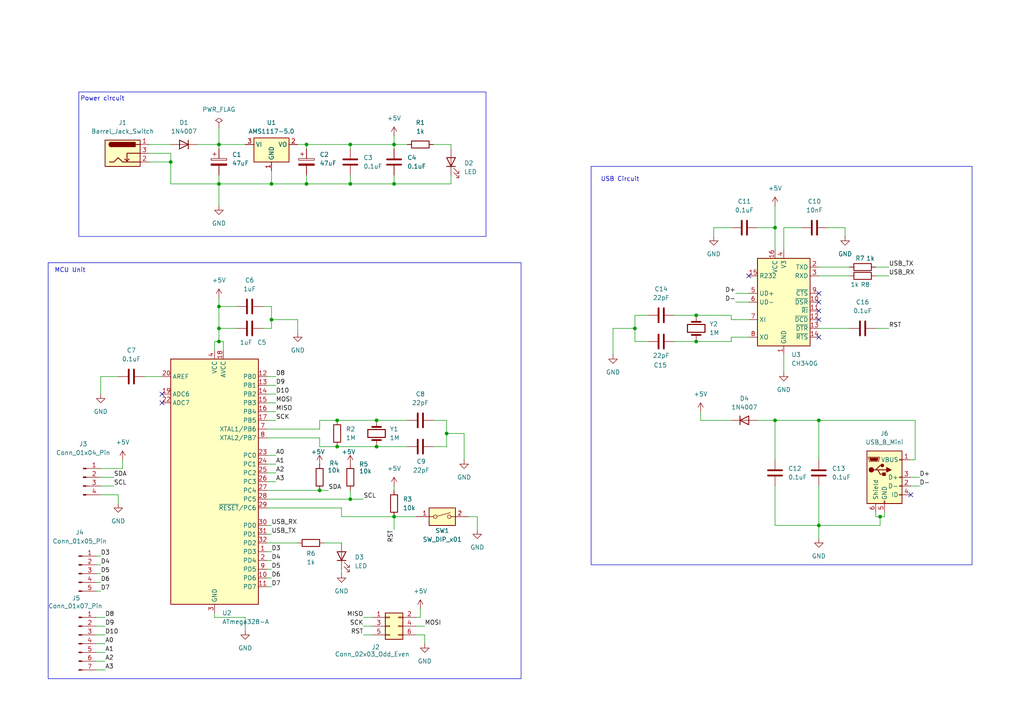
<source format=kicad_sch>
(kicad_sch (version 20231120) (generator "eeschema") (generator_version "8.0")
  (paper "A4")
  (title_block (title "Custom Arduino Board") (date "2024-08-07") (rev "1.0"))
  (lib_symbols
    (symbol "Connector:Barrel_Jack_Switch" (pin_names hide)
      (property "Reference" "J" (at 0 5.334 0))
      (property "Value" "Barrel_Jack_Switch" (at 0 -5.08 0))
      (symbol "Barrel_Jack_Switch_0_1"
        (rectangle (start -5.08 3.81) (end 5.08 -3.81) (stroke (width 0.254)) (fill (type background)))
        (arc (start -3.302 3.175) (mid -3.9343 2.54) (end -3.302 1.905) (stroke (width 0.254)))
        (arc (start -3.302 3.175) (mid -3.9343 2.54) (end -3.302 1.905) (stroke (width 0.254)) (fill (type outline)))
        (polyline (pts (xy 1.27 -2.286) (xy 1.905 -1.651)) (stroke (width 0.254)))
        (polyline (pts (xy 5.08 2.54) (xy 3.81 2.54)) (stroke (width 0.254)))
        (polyline (pts (xy 5.08 0) (xy 1.27 0) (xy 1.27 -2.286) (xy 0.635 -1.651)) (stroke (width 0.254)))
        (polyline (pts (xy -3.81 -2.54) (xy -2.54 -2.54) (xy -1.27 -1.27) (xy 0 -2.54) (xy 2.54 -2.54) (xy 5.08 -2.54)) (stroke (width 0.254)))
        (rectangle (start 3.683 3.175) (end -3.302 1.905) (stroke (width 0.254)) (fill (type outline)))
      )
      (symbol "Barrel_Jack_Switch_1_1"
        (pin passive line (at 7.62 2.54 180) (length 2.54) (name "~") (number "1"))
        (pin passive line (at 7.62 -2.54 180) (length 2.54) (name "~") (number "2"))
        (pin passive line (at 7.62 0 180) (length 2.54) (name "~") (number "3"))
      )
    )
    (symbol "Connector:Conn_01x04_Pin" (pin_names (offset 1.016) hide)
      (property "Reference" "J" (at 0 5.08 0))
      (property "Value" "Conn_01x04_Pin" (at 0 -7.62 0))
      (symbol "Conn_01x04_Pin_1_1"
        (polyline (pts (xy 1.27 -5.08) (xy 0.8636 -5.08)) (stroke (width 0.1524)))
        (polyline (pts (xy 1.27 -2.54) (xy 0.8636 -2.54)) (stroke (width 0.1524)))
        (polyline (pts (xy 1.27 0) (xy 0.8636 0)) (stroke (width 0.1524)))
        (polyline (pts (xy 1.27 2.54) (xy 0.8636 2.54)) (stroke (width 0.1524)))
        (rectangle (start 0.8636 -4.953) (end 0 -5.207) (stroke (width 0.1524)) (fill (type outline)))
        (rectangle (start 0.8636 -2.413) (end 0 -2.667) (stroke (width 0.1524)) (fill (type outline)))
        (rectangle (start 0.8636 0.127) (end 0 -0.127) (stroke (width 0.1524)) (fill (type outline)))
        (rectangle (start 0.8636 2.667) (end 0 2.413) (stroke (width 0.1524)) (fill (type outline)))
        (pin passive line (at 5.08 2.54 180) (length 3.81) (name "Pin_1") (number "1"))
        (pin passive line (at 5.08 0 180) (length 3.81) (name "Pin_2") (number "2"))
        (pin passive line (at 5.08 -2.54 180) (length 3.81) (name "Pin_3") (number "3"))
        (pin passive line (at 5.08 -5.08 180) (length 3.81) (name "Pin_4") (number "4"))
      )
    )
    (symbol "Connector:Conn_01x05_Pin" (pin_names (offset 1.016) hide)
      (property "Reference" "J" (at 0 7.62 0))
      (property "Value" "Conn_01x05_Pin" (at 0 -7.62 0))
      (symbol "Conn_01x05_Pin_1_1"
        (polyline (pts (xy 1.27 -5.08) (xy 0.8636 -5.08)) (stroke (width 0.1524)))
        (polyline (pts (xy 1.27 -2.54) (xy 0.8636 -2.54)) (stroke (width 0.1524)))
        (polyline (pts (xy 1.27 0) (xy 0.8636 0)) (stroke (width 0.1524)))
        (polyline (pts (xy 1.27 2.54) (xy 0.8636 2.54)) (stroke (width 0.1524)))
        (polyline (pts (xy 1.27 5.08) (xy 0.8636 5.08)) (stroke (width 0.1524)))
        (rectangle (start 0.8636 -4.953) (end 0 -5.207) (stroke (width 0.1524)) (fill (type outline)))
        (rectangle (start 0.8636 -2.413) (end 0 -2.667) (stroke (width 0.1524)) (fill (type outline)))
        (rectangle (start 0.8636 0.127) (end 0 -0.127) (stroke (width 0.1524)) (fill (type outline)))
        (rectangle (start 0.8636 2.667) (end 0 2.413) (stroke (width 0.1524)) (fill (type outline)))
        (rectangle (start 0.8636 5.207) (end 0 4.953) (stroke (width 0.1524)) (fill (type outline)))
        (pin passive line (at 5.08 5.08 180) (length 3.81) (name "Pin_1") (number "1"))
        (pin passive line (at 5.08 2.54 180) (length 3.81) (name "Pin_2") (number "2"))
        (pin passive line (at 5.08 0 180) (length 3.81) (name "Pin_3") (number "3"))
        (pin passive line (at 5.08 -2.54 180) (length 3.81) (name "Pin_4") (number "4"))
        (pin passive line (at 5.08 -5.08 180) (length 3.81) (name "Pin_5") (number "5"))
      )
    )
    (symbol "Connector:Conn_01x07_Pin" (pin_names (offset 1.016) hide)
      (property "Reference" "J" (at 0 10.16 0))
      (property "Value" "Conn_01x07_Pin" (at 0 -10.16 0))
      (symbol "Conn_01x07_Pin_1_1"
        (polyline (pts (xy 1.27 -7.62) (xy 0.8636 -7.62)) (stroke (width 0.1524)))
        (polyline (pts (xy 1.27 -5.08) (xy 0.8636 -5.08)) (stroke (width 0.1524)))
        (polyline (pts (xy 1.27 -2.54) (xy 0.8636 -2.54)) (stroke (width 0.1524)))
        (polyline (pts (xy 1.27 0) (xy 0.8636 0)) (stroke (width 0.1524)))
        (polyline (pts (xy 1.27 2.54) (xy 0.8636 2.54)) (stroke (width 0.1524)))
        (polyline (pts (xy 1.27 5.08) (xy 0.8636 5.08)) (stroke (width 0.1524)))
        (polyline (pts (xy 1.27 7.62) (xy 0.8636 7.62)) (stroke (width 0.1524)))
        (rectangle (start 0.8636 -7.493) (end 0 -7.747) (stroke (width 0.1524)) (fill (type outline)))
        (rectangle (start 0.8636 -4.953) (end 0 -5.207) (stroke (width 0.1524)) (fill (type outline)))
        (rectangle (start 0.8636 -2.413) (end 0 -2.667) (stroke (width 0.1524)) (fill (type outline)))
        (rectangle (start 0.8636 0.127) (end 0 -0.127) (stroke (width 0.1524)) (fill (type outline)))
        (rectangle (start 0.8636 2.667) (end 0 2.413) (stroke (width 0.1524)) (fill (type outline)))
        (rectangle (start 0.8636 5.207) (end 0 4.953) (stroke (width 0.1524)) (fill (type outline)))
        (rectangle (start 0.8636 7.747) (end 0 7.493) (stroke (width 0.1524)) (fill (type outline)))
        (pin passive line (at 5.08 7.62 180) (length 3.81) (name "Pin_1") (number "1"))
        (pin passive line (at 5.08 5.08 180) (length 3.81) (name "Pin_2") (number "2"))
        (pin passive line (at 5.08 2.54 180) (length 3.81) (name "Pin_3") (number "3"))
        (pin passive line (at 5.08 0 180) (length 3.81) (name "Pin_4") (number "4"))
        (pin passive line (at 5.08 -2.54 180) (length 3.81) (name "Pin_5") (number "5"))
        (pin passive line (at 5.08 -5.08 180) (length 3.81) (name "Pin_6") (number "6"))
        (pin passive line (at 5.08 -7.62 180) (length 3.81) (name "Pin_7") (number "7"))
      )
    )
    (symbol "Connector:USB_B_Mini" (pin_names (offset 1.016))
      (property "Reference" "J" (at -5.08 11.43 0))
      (property "Value" "USB_B_Mini" (at -5.08 8.89 0))
      (symbol "USB_B_Mini_0_1"
        (rectangle (start -5.08 -7.62) (end 5.08 7.62) (stroke (width 0.254)) (fill (type background)))
        (circle (center -3.81 2.159) (radius 0.635) (stroke (width 0.254)) (fill (type outline)))
        (circle (center -0.635 3.429) (radius 0.381) (stroke (width 0.254)) (fill (type outline)))
        (rectangle (start -0.127 -7.62) (end 0.127 -6.858))
        (polyline (pts (xy -1.905 2.159) (xy 0.635 2.159)) (stroke (width 0.254)))
        (polyline (pts (xy -3.175 2.159) (xy -2.54 2.159) (xy -1.27 3.429) (xy -0.635 3.429)) (stroke (width 0.254)))
        (polyline (pts (xy -2.54 2.159) (xy -1.905 2.159) (xy -1.27 0.889) (xy 0 0.889)) (stroke (width 0.254)))
        (polyline (pts (xy 0.635 2.794) (xy 0.635 1.524) (xy 1.905 2.159) (xy 0.635 2.794)) (stroke (width 0.254)) (fill (type outline)))
        (polyline (pts (xy -4.318 5.588) (xy -1.778 5.588) (xy -2.032 4.826) (xy -4.064 4.826) (xy -4.318 5.588)) (fill (type outline)))
        (polyline (pts (xy -4.699 5.842) (xy -4.699 5.588) (xy -4.445 4.826) (xy -4.445 4.572) (xy -1.651 4.572) (xy -1.651 4.826) (xy -1.397 5.588) (xy -1.397 5.842) (xy -4.699 5.842)))
        (rectangle (start 0.254 1.27) (end -0.508 0.508) (stroke (width 0.254)) (fill (type outline)))
        (rectangle (start 5.08 -5.207) (end 4.318 -4.953))
        (rectangle (start 5.08 -2.667) (end 4.318 -2.413))
        (rectangle (start 5.08 -0.127) (end 4.318 0.127))
        (rectangle (start 5.08 4.953) (end 4.318 5.207))
      )
      (symbol "USB_B_Mini_1_1"
        (pin power_out line (at 7.62 5.08 180) (length 2.54) (name "VBUS") (number "1"))
        (pin bidirectional line (at 7.62 -2.54 180) (length 2.54) (name "D-") (number "2"))
        (pin bidirectional line (at 7.62 0 180) (length 2.54) (name "D+") (number "3"))
        (pin passive line (at 7.62 -5.08 180) (length 2.54) (name "ID") (number "4"))
        (pin power_out line (at 0 -10.16 90) (length 2.54) (name "GND") (number "5"))
        (pin passive line (at -2.54 -10.16 90) (length 2.54) (name "Shield") (number "6"))
      )
    )
    (symbol "Connector_Generic:Conn_02x03_Odd_Even" (pin_names (offset 1.016) hide)
      (property "Reference" "J" (at 1.27 5.08 0))
      (property "Value" "Conn_02x03_Odd_Even" (at 1.27 -5.08 0))
      (symbol "Conn_02x03_Odd_Even_1_1"
        (rectangle (start -1.27 -2.413) (end 0 -2.667) (stroke (width 0.1524)))
        (rectangle (start -1.27 0.127) (end 0 -0.127) (stroke (width 0.1524)))
        (rectangle (start -1.27 2.667) (end 0 2.413) (stroke (width 0.1524)))
        (rectangle (start -1.27 3.81) (end 3.81 -3.81) (stroke (width 0.254)) (fill (type background)))
        (rectangle (start 3.81 -2.413) (end 2.54 -2.667) (stroke (width 0.1524)))
        (rectangle (start 3.81 0.127) (end 2.54 -0.127) (stroke (width 0.1524)))
        (rectangle (start 3.81 2.667) (end 2.54 2.413) (stroke (width 0.1524)))
        (pin passive line (at -5.08 2.54 0) (length 3.81) (name "Pin_1") (number "1"))
        (pin passive line (at 7.62 2.54 180) (length 3.81) (name "Pin_2") (number "2"))
        (pin passive line (at -5.08 0 0) (length 3.81) (name "Pin_3") (number "3"))
        (pin passive line (at 7.62 0 180) (length 3.81) (name "Pin_4") (number "4"))
        (pin passive line (at -5.08 -2.54 0) (length 3.81) (name "Pin_5") (number "5"))
        (pin passive line (at 7.62 -2.54 180) (length 3.81) (name "Pin_6") (number "6"))
      )
    )
    (symbol "Device:C" (pin_numbers hide) (pin_names (offset 0.254))
      (property "Reference" "C" (at 0.635 2.54 0))
      (property "Value" "C" (at 0.635 -2.54 0))
      (symbol "C_0_1"
        (polyline (pts (xy -2.032 -0.762) (xy 2.032 -0.762)) (stroke (width 0.508)))
        (polyline (pts (xy -2.032 0.762) (xy 2.032 0.762)) (stroke (width 0.508)))
      )
      (symbol "C_1_1"
        (pin passive line (at 0 3.81 270) (length 2.794) (name "~") (number "1"))
        (pin passive line (at 0 -3.81 90) (length 2.794) (name "~") (number "2"))
      )
    )
    (symbol "Device:C_Polarized" (pin_numbers hide) (pin_names (offset 0.254))
      (property "Reference" "C" (at 0.635 2.54 0))
      (property "Value" "C_Polarized" (at 0.635 -2.54 0))
      (symbol "C_Polarized_0_1"
        (rectangle (start -2.286 0.508) (end 2.286 1.016))
        (polyline (pts (xy -1.778 2.286) (xy -0.762 2.286)))
        (polyline (pts (xy -1.27 2.794) (xy -1.27 1.778)))
        (rectangle (start 2.286 -0.508) (end -2.286 -1.016) (fill (type outline)))
      )
      (symbol "C_Polarized_1_1"
        (pin passive line (at 0 3.81 270) (length 2.794) (name "~") (number "1"))
        (pin passive line (at 0 -3.81 90) (length 2.794) (name "~") (number "2"))
      )
    )
    (symbol "Device:Crystal" (pin_numbers hide) (pin_names (offset 1.016) hide)
      (property "Reference" "Y" (at 0 3.81 0))
      (property "Value" "Crystal" (at 0 -3.81 0))
      (symbol "Crystal_0_1"
        (rectangle (start -1.143 2.54) (end 1.143 -2.54) (stroke (width 0.3048)))
        (polyline (pts (xy -2.54 0) (xy -1.905 0)))
        (polyline (pts (xy -1.905 -1.27) (xy -1.905 1.27)) (stroke (width 0.508)))
        (polyline (pts (xy 1.905 -1.27) (xy 1.905 1.27)) (stroke (width 0.508)))
        (polyline (pts (xy 2.54 0) (xy 1.905 0)))
      )
      (symbol "Crystal_1_1"
        (pin passive line (at -3.81 0 0) (length 1.27) (name "1") (number "1"))
        (pin passive line (at 3.81 0 180) (length 1.27) (name "2") (number "2"))
      )
    )
    (symbol "Device:LED" (pin_numbers hide) (pin_names (offset 1.016) hide)
      (property "Reference" "D" (at 0 2.54 0))
      (property "Value" "LED" (at 0 -2.54 0))
      (symbol "LED_0_1"
        (polyline (pts (xy -1.27 -1.27) (xy -1.27 1.27)) (stroke (width 0.254)))
        (polyline (pts (xy -1.27 0) (xy 1.27 0)))
        (polyline (pts (xy 1.27 -1.27) (xy 1.27 1.27) (xy -1.27 0) (xy 1.27 -1.27)) (stroke (width 0.254)))
        (polyline (pts (xy -3.048 -0.762) (xy -4.572 -2.286) (xy -3.81 -2.286) (xy -4.572 -2.286) (xy -4.572 -1.524)))
        (polyline (pts (xy -1.778 -0.762) (xy -3.302 -2.286) (xy -2.54 -2.286) (xy -3.302 -2.286) (xy -3.302 -1.524)))
      )
      (symbol "LED_1_1"
        (pin passive line (at -3.81 0 0) (length 2.54) (name "K") (number "1"))
        (pin passive line (at 3.81 0 180) (length 2.54) (name "A") (number "2"))
      )
    )
    (symbol "Device:R" (pin_numbers hide) (pin_names (offset 0))
      (property "Reference" "R" (at 2.032 0 90))
      (property "Value" "R" (at 0 0 90))
      (symbol "R_0_1"
        (rectangle (start -1.016 -2.54) (end 1.016 2.54) (stroke (width 0.254)))
      )
      (symbol "R_1_1"
        (pin passive line (at 0 3.81 270) (length 1.27) (name "~") (number "1"))
        (pin passive line (at 0 -3.81 90) (length 1.27) (name "~") (number "2"))
      )
    )
    (symbol "Diode:1N4007" (pin_numbers hide) (pin_names hide)
      (property "Reference" "D" (at 0 2.54 0))
      (property "Value" "1N4007" (at 0 -2.54 0))
      (symbol "1N4007_0_1"
        (polyline (pts (xy -1.27 1.27) (xy -1.27 -1.27)) (stroke (width 0.254)))
        (polyline (pts (xy 1.27 0) (xy -1.27 0)))
        (polyline (pts (xy 1.27 1.27) (xy 1.27 -1.27) (xy -1.27 0) (xy 1.27 1.27)) (stroke (width 0.254)))
      )
      (symbol "1N4007_1_1"
        (pin passive line (at -3.81 0 0) (length 2.54) (name "K") (number "1"))
        (pin passive line (at 3.81 0 180) (length 2.54) (name "A") (number "2"))
      )
    )
    (symbol "Interface_USB:CH340G"
      (property "Reference" "U" (at -5.08 13.97 0))
      (property "Value" "CH340G" (at 1.27 13.97 0))
      (symbol "CH340G_0_1"
        (rectangle (start -7.62 12.7) (end 7.62 -12.7) (stroke (width 0.254)) (fill (type background)))
      )
      (symbol "CH340G_1_1"
        (pin power_in line (at 0 -15.24 90) (length 2.54) (name "GND") (number "1"))
        (pin input line (at 10.16 0 180) (length 2.54) (name "~{DSR}") (number "10"))
        (pin input line (at 10.16 -2.54 180) (length 2.54) (name "~{RI}") (number "11"))
        (pin input line (at 10.16 -5.08 180) (length 2.54) (name "~{DCD}") (number "12"))
        (pin output line (at 10.16 -7.62 180) (length 2.54) (name "~{DTR}") (number "13"))
        (pin output line (at 10.16 -10.16 180) (length 2.54) (name "~{RTS}") (number "14"))
        (pin input line (at -10.16 7.62 0) (length 2.54) (name "R232") (number "15"))
        (pin power_in line (at -2.54 15.24 270) (length 2.54) (name "VCC") (number "16"))
        (pin output line (at 10.16 10.16 180) (length 2.54) (name "TXD") (number "2"))
        (pin input line (at 10.16 7.62 180) (length 2.54) (name "RXD") (number "3"))
        (pin power_out line (at 0 15.24 270) (length 2.54) (name "V3") (number "4"))
        (pin bidirectional line (at -10.16 2.54 0) (length 2.54) (name "UD+") (number "5"))
        (pin bidirectional line (at -10.16 0 0) (length 2.54) (name "UD-") (number "6"))
        (pin input line (at -10.16 -5.08 0) (length 2.54) (name "XI") (number "7"))
        (pin output line (at -10.16 -10.16 0) (length 2.54) (name "XO") (number "8"))
        (pin input line (at 10.16 2.54 180) (length 2.54) (name "~{CTS}") (number "9"))
      )
    )
    (symbol "MCU_Microchip_ATmega:ATmega328-A"
      (property "Reference" "U" (at -12.7 36.83 0))
      (property "Value" "ATmega328-A" (at 2.54 -36.83 0))
      (symbol "ATmega328-A_0_1"
        (rectangle (start -12.7 -35.56) (end 12.7 35.56) (stroke (width 0.254)) (fill (type background)))
      )
      (symbol "ATmega328-A_1_1"
        (pin bidirectional line (at 15.24 -20.32 180) (length 2.54) (name "PD3") (number "1"))
        (pin bidirectional line (at 15.24 -27.94 180) (length 2.54) (name "PD6") (number "10"))
        (pin bidirectional line (at 15.24 -30.48 180) (length 2.54) (name "PD7") (number "11"))
        (pin bidirectional line (at 15.24 30.48 180) (length 2.54) (name "PB0") (number "12"))
        (pin bidirectional line (at 15.24 27.94 180) (length 2.54) (name "PB1") (number "13"))
        (pin bidirectional line (at 15.24 25.4 180) (length 2.54) (name "PB2") (number "14"))
        (pin bidirectional line (at 15.24 22.86 180) (length 2.54) (name "PB3") (number "15"))
        (pin bidirectional line (at 15.24 20.32 180) (length 2.54) (name "PB4") (number "16"))
        (pin bidirectional line (at 15.24 17.78 180) (length 2.54) (name "PB5") (number "17"))
        (pin power_in line (at 2.54 38.1 270) (length 2.54) (name "AVCC") (number "18"))
        (pin input line (at -15.24 25.4 0) (length 2.54) (name "ADC6") (number "19"))
        (pin bidirectional line (at 15.24 -22.86 180) (length 2.54) (name "PD4") (number "2"))
        (pin passive line (at -15.24 30.48 0) (length 2.54) (name "AREF") (number "20"))
        (pin passive line (at 0 -38.1 90) (length 2.54) hide (name "GND") (number "21"))
        (pin input line (at -15.24 22.86 0) (length 2.54) (name "ADC7") (number "22"))
        (pin bidirectional line (at 15.24 7.62 180) (length 2.54) (name "PC0") (number "23"))
        (pin bidirectional line (at 15.24 5.08 180) (length 2.54) (name "PC1") (number "24"))
        (pin bidirectional line (at 15.24 2.54 180) (length 2.54) (name "PC2") (number "25"))
        (pin bidirectional line (at 15.24 0 180) (length 2.54) (name "PC3") (number "26"))
        (pin bidirectional line (at 15.24 -2.54 180) (length 2.54) (name "PC4") (number "27"))
        (pin bidirectional line (at 15.24 -5.08 180) (length 2.54) (name "PC5") (number "28"))
        (pin bidirectional line (at 15.24 -7.62 180) (length 2.54) (name "~{RESET}/PC6") (number "29"))
        (pin power_in line (at 0 -38.1 90) (length 2.54) (name "GND") (number "3"))
        (pin bidirectional line (at 15.24 -12.7 180) (length 2.54) (name "PD0") (number "30"))
        (pin bidirectional line (at 15.24 -15.24 180) (length 2.54) (name "PD1") (number "31"))
        (pin bidirectional line (at 15.24 -17.78 180) (length 2.54) (name "PD2") (number "32"))
        (pin power_in line (at 0 38.1 270) (length 2.54) (name "VCC") (number "4"))
        (pin passive line (at 0 -38.1 90) (length 2.54) hide (name "GND") (number "5"))
        (pin passive line (at 0 38.1 270) (length 2.54) hide (name "VCC") (number "6"))
        (pin bidirectional line (at 15.24 15.24 180) (length 2.54) (name "XTAL1/PB6") (number "7"))
        (pin bidirectional line (at 15.24 12.7 180) (length 2.54) (name "XTAL2/PB7") (number "8"))
        (pin bidirectional line (at 15.24 -25.4 180) (length 2.54) (name "PD5") (number "9"))
      )
    )
    (symbol "Regulator_Linear:AMS1117-5.0"
      (property "Reference" "U" (at -3.81 3.175 0))
      (property "Value" "AMS1117-5.0" (at 0 3.175 0))
      (symbol "AMS1117-5.0_0_1"
        (rectangle (start -5.08 -5.08) (end 5.08 1.905) (stroke (width 0.254)) (fill (type background)))
      )
      (symbol "AMS1117-5.0_1_1"
        (pin power_in line (at 0 -7.62 90) (length 2.54) (name "GND") (number "1"))
        (pin power_out line (at 7.62 0 180) (length 2.54) (name "VO") (number "2"))
        (pin power_in line (at -7.62 0 0) (length 2.54) (name "VI") (number "3"))
      )
    )
    (symbol "Switch:SW_DIP_x01" (pin_names (offset 0) hide)
      (property "Reference" "SW" (at 0 3.81 0))
      (property "Value" "SW_DIP_x01" (at 0 -3.81 0))
      (symbol "SW_DIP_x01_0_0"
        (circle (center -2.032 0) (radius 0.508))
        (polyline (pts (xy -1.524 0.127) (xy 2.3622 1.1684)))
        (circle (center 2.032 0) (radius 0.508))
      )
      (symbol "SW_DIP_x01_0_1"
        (rectangle (start -3.81 2.54) (end 3.81 -2.54) (stroke (width 0.254)) (fill (type background)))
      )
      (symbol "SW_DIP_x01_1_1"
        (pin passive line (at -7.62 0 0) (length 5.08) (name "~") (number "1"))
        (pin passive line (at 7.62 0 180) (length 5.08) (name "~") (number "2"))
      )
    )
    (symbol "power:+5V" (power) (pin_numbers hide) (pin_names (offset 0) hide)
      (property "Value" "+5V" (at 0 3.556 0))
      (symbol "+5V_0_1"
        (polyline (pts (xy -0.762 1.27) (xy 0 2.54)))
        (polyline (pts (xy 0 0) (xy 0 2.54)))
        (polyline (pts (xy 0 2.54) (xy 0.762 1.27)))
      )
      (symbol "+5V_1_1"
        (pin power_in line (at 0 0 90) (length 0) (name "~") (number "1"))
      )
    )
    (symbol "power:GND" (power) (pin_numbers hide) (pin_names (offset 0) hide)
      (property "Value" "GND" (at 0 -3.81 0))
      (symbol "GND_0_1"
        (polyline (pts (xy 0 0) (xy 0 -1.27) (xy 1.27 -1.27) (xy 0 -2.54) (xy -1.27 -1.27) (xy 0 -1.27)))
      )
      (symbol "GND_1_1"
        (pin power_in line (at 0 0 270) (length 0) (name "~") (number "1"))
      )
    )
    (symbol "power:PWR_FLAG" (power) (pin_numbers hide) (pin_names (offset 0) hide)
      (property "Value" "PWR_FLAG" (at 0 3.81 0))
      (symbol "PWR_FLAG_0_0"
        (pin power_out line (at 0 0 90) (length 0) (name "~") (number "1"))
      )
      (symbol "PWR_FLAG_0_1"
        (polyline (pts (xy 0 0) (xy 0 1.27) (xy -1.016 1.905) (xy 0 2.54) (xy 1.016 1.905) (xy 0 1.27)))
      )
    )
  )
  (junction (at 63.5 53.34))
  (junction (at 109.22 121.92))
  (junction (at 237.49 152.4))
  (junction (at 78.74 53.34))
  (junction (at 201.93 99.06))
  (junction (at 88.9 41.91))
  (junction (at 101.6 53.34))
  (junction (at 255.27 149.86))
  (junction (at 101.6 144.78))
  (junction (at 63.5 88.9))
  (junction (at 201.93 91.44))
  (junction (at 63.5 99.06))
  (junction (at 92.71 142.24))
  (junction (at 224.79 66.04))
  (junction (at 109.22 129.54))
  (junction (at 237.49 121.92))
  (junction (at 97.79 121.92))
  (junction (at 63.5 95.25))
  (junction (at 129.54 125.73))
  (junction (at 88.9 53.34))
  (junction (at 224.79 121.92))
  (junction (at 101.6 41.91))
  (junction (at 49.53 46.99))
  (junction (at 114.3 53.34))
  (junction (at 114.3 149.86))
  (junction (at 78.74 92.71))
  (junction (at 114.3 41.91))
  (junction (at 97.79 129.54))
  (junction (at 184.15 95.25))
  (junction (at 63.5 41.91))
  (no_connect (at 237.49 97.79))
  (no_connect (at 46.99 114.3))
  (no_connect (at 46.99 116.84))
  (no_connect (at 264.16 143.51))
  (no_connect (at 217.17 80.01))
  (no_connect (at 237.49 92.71))
  (no_connect (at 237.49 90.17))
  (no_connect (at 237.49 87.63))
  (no_connect (at 237.49 85.09))
  (wire (pts (xy 187.96 91.44) (xy 184.15 91.44)))
  (wire (pts (xy 77.47 147.32) (xy 99.06 147.32)))
  (wire (pts (xy 255.27 152.4) (xy 255.27 149.86)))
  (wire (pts (xy 101.6 41.91) (xy 101.6 43.18)))
  (wire (pts (xy 29.21 138.43) (xy 33.02 138.43)))
  (wire (pts (xy 86.36 96.52) (xy 86.36 92.71)))
  (wire (pts (xy 114.3 43.18) (xy 114.3 41.91)))
  (wire (pts (xy 114.3 50.8) (xy 114.3 53.34)))
  (wire (pts (xy 237.49 121.92) (xy 224.79 121.92)))
  (wire (pts (xy 29.21 114.3) (xy 29.21 109.22)))
  (wire (pts (xy 62.23 177.8) (xy 62.23 179.07)))
  (wire (pts (xy 63.5 41.91) (xy 71.12 41.91)))
  (wire (pts (xy 35.56 135.89) (xy 29.21 135.89)))
  (wire (pts (xy 129.54 129.54) (xy 125.73 129.54)))
  (wire (pts (xy 101.6 53.34) (xy 114.3 53.34)))
  (wire (pts (xy 123.19 184.15) (xy 120.65 184.15)))
  (wire (pts (xy 105.41 181.61) (xy 107.95 181.61)))
  (wire (pts (xy 27.94 166.37) (xy 29.21 166.37)))
  (wire (pts (xy 138.43 153.67) (xy 138.43 149.86)))
  (wire (pts (xy 63.5 50.8) (xy 63.5 53.34)))
  (wire (pts (xy 212.09 91.44) (xy 201.93 91.44)))
  (wire (pts (xy 43.18 46.99) (xy 49.53 46.99)))
  (wire (pts (xy 62.23 179.07) (xy 71.12 179.07)))
  (wire (pts (xy 77.47 109.22) (xy 80.01 109.22)))
  (wire (pts (xy 63.5 36.83) (xy 63.5 41.91)))
  (wire (pts (xy 41.91 109.22) (xy 46.99 109.22)))
  (wire (pts (xy 125.73 121.92) (xy 129.54 121.92)))
  (wire (pts (xy 123.19 186.69) (xy 123.19 184.15)))
  (wire (pts (xy 237.49 77.47) (xy 246.38 77.47)))
  (wire (pts (xy 27.94 168.91) (xy 29.21 168.91)))
  (wire (pts (xy 34.29 146.05) (xy 34.29 143.51)))
  (wire (pts (xy 30.48 189.23) (xy 27.94 189.23)))
  (wire (pts (xy 219.71 121.92) (xy 224.79 121.92)))
  (wire (pts (xy 224.79 121.92) (xy 224.79 133.35)))
  (wire (pts (xy 245.11 68.58) (xy 245.11 66.04)))
  (wire (pts (xy 88.9 41.91) (xy 86.36 41.91)))
  (wire (pts (xy 101.6 142.24) (xy 101.6 144.78)))
  (wire (pts (xy 99.06 165.1) (xy 99.06 166.37)))
  (wire (pts (xy 49.53 44.45) (xy 49.53 46.99)))
  (wire (pts (xy 227.33 102.87) (xy 227.33 107.95)))
  (wire (pts (xy 109.22 129.54) (xy 118.11 129.54)))
  (wire (pts (xy 97.79 129.54) (xy 109.22 129.54)))
  (wire (pts (xy 224.79 59.69) (xy 224.79 66.04)))
  (wire (pts (xy 77.47 162.56) (xy 78.74 162.56)))
  (wire (pts (xy 101.6 50.8) (xy 101.6 53.34)))
  (wire (pts (xy 71.12 179.07) (xy 71.12 182.88)))
  (wire (pts (xy 105.41 179.07) (xy 107.95 179.07)))
  (wire (pts (xy 77.47 152.4) (xy 78.74 152.4)))
  (wire (pts (xy 27.94 179.07) (xy 30.48 179.07)))
  (wire (pts (xy 256.54 149.86) (xy 255.27 149.86)))
  (wire (pts (xy 63.5 88.9) (xy 63.5 95.25)))
  (wire (pts (xy 118.11 121.92) (xy 109.22 121.92)))
  (wire (pts (xy 99.06 157.48) (xy 93.98 157.48)))
  (wire (pts (xy 264.16 133.35) (xy 265.43 133.35)))
  (wire (pts (xy 120.65 181.61) (xy 123.19 181.61)))
  (wire (pts (xy 213.36 85.09) (xy 217.17 85.09)))
  (wire (pts (xy 255.27 149.86) (xy 254 149.86)))
  (wire (pts (xy 237.49 152.4) (xy 255.27 152.4)))
  (wire (pts (xy 43.18 44.45) (xy 49.53 44.45)))
  (wire (pts (xy 77.47 127) (xy 92.71 127)))
  (wire (pts (xy 80.01 132.08) (xy 77.47 132.08)))
  (wire (pts (xy 77.47 160.02) (xy 78.74 160.02)))
  (wire (pts (xy 77.47 114.3) (xy 80.01 114.3)))
  (wire (pts (xy 86.36 92.71) (xy 78.74 92.71)))
  (wire (pts (xy 88.9 53.34) (xy 78.74 53.34)))
  (wire (pts (xy 237.49 140.97) (xy 237.49 152.4)))
  (wire (pts (xy 237.49 95.25) (xy 246.38 95.25)))
  (wire (pts (xy 184.15 91.44) (xy 184.15 95.25)))
  (wire (pts (xy 184.15 99.06) (xy 187.96 99.06)))
  (wire (pts (xy 265.43 121.92) (xy 237.49 121.92)))
  (wire (pts (xy 49.53 46.99) (xy 49.53 53.34)))
  (wire (pts (xy 264.16 138.43) (xy 266.7 138.43)))
  (wire (pts (xy 195.58 91.44) (xy 201.93 91.44)))
  (wire (pts (xy 97.79 121.92) (xy 92.71 121.92)))
  (wire (pts (xy 77.47 116.84) (xy 80.01 116.84)))
  (wire (pts (xy 78.74 92.71) (xy 78.74 88.9)))
  (wire (pts (xy 63.5 41.91) (xy 57.15 41.91)))
  (wire (pts (xy 212.09 99.06) (xy 201.93 99.06)))
  (wire (pts (xy 121.92 176.53) (xy 121.92 179.07)))
  (wire (pts (xy 130.81 43.18) (xy 130.81 41.91)))
  (wire (pts (xy 256.54 148.59) (xy 256.54 149.86)))
  (wire (pts (xy 184.15 95.25) (xy 184.15 99.06)))
  (wire (pts (xy 207.01 66.04) (xy 212.09 66.04)))
  (wire (pts (xy 264.16 140.97) (xy 266.7 140.97)))
  (wire (pts (xy 254 95.25) (xy 257.81 95.25)))
  (wire (pts (xy 30.48 186.69) (xy 27.94 186.69)))
  (wire (pts (xy 134.62 133.35) (xy 134.62 125.73)))
  (wire (pts (xy 224.79 140.97) (xy 224.79 152.4)))
  (wire (pts (xy 219.71 66.04) (xy 224.79 66.04)))
  (wire (pts (xy 77.47 157.48) (xy 86.36 157.48)))
  (wire (pts (xy 92.71 124.46) (xy 92.71 121.92)))
  (wire (pts (xy 27.94 161.29) (xy 29.21 161.29)))
  (wire (pts (xy 43.18 41.91) (xy 49.53 41.91)))
  (wire (pts (xy 213.36 87.63) (xy 217.17 87.63)))
  (wire (pts (xy 237.49 121.92) (xy 237.49 133.35)))
  (wire (pts (xy 77.47 111.76) (xy 80.01 111.76)))
  (wire (pts (xy 27.94 163.83) (xy 29.21 163.83)))
  (wire (pts (xy 63.5 88.9) (xy 68.58 88.9)))
  (wire (pts (xy 92.71 124.46) (xy 77.47 124.46)))
  (wire (pts (xy 30.48 191.77) (xy 27.94 191.77)))
  (wire (pts (xy 212.09 121.92) (xy 203.2 121.92)))
  (wire (pts (xy 129.54 121.92) (xy 129.54 125.73)))
  (wire (pts (xy 92.71 127) (xy 92.71 129.54)))
  (wire (pts (xy 134.62 125.73) (xy 129.54 125.73)))
  (wire (pts (xy 80.01 137.16) (xy 77.47 137.16)))
  (wire (pts (xy 101.6 41.91) (xy 114.3 41.91)))
  (wire (pts (xy 138.43 149.86) (xy 135.89 149.86)))
  (wire (pts (xy 224.79 152.4) (xy 237.49 152.4)))
  (wire (pts (xy 114.3 140.97) (xy 114.3 142.24)))
  (wire (pts (xy 130.81 50.8) (xy 130.81 53.34)))
  (wire (pts (xy 78.74 95.25) (xy 78.74 92.71)))
  (wire (pts (xy 78.74 53.34) (xy 63.5 53.34)))
  (wire (pts (xy 78.74 49.53) (xy 78.74 53.34)))
  (wire (pts (xy 92.71 129.54) (xy 97.79 129.54)))
  (wire (pts (xy 114.3 149.86) (xy 114.3 153.67)))
  (wire (pts (xy 62.23 99.06) (xy 63.5 99.06)))
  (wire (pts (xy 77.47 121.92) (xy 80.01 121.92)))
  (wire (pts (xy 77.47 170.18) (xy 78.74 170.18)))
  (wire (pts (xy 114.3 149.86) (xy 120.65 149.86)))
  (wire (pts (xy 109.22 121.92) (xy 97.79 121.92)))
  (wire (pts (xy 76.2 95.25) (xy 78.74 95.25)))
  (wire (pts (xy 80.01 139.7) (xy 77.47 139.7)))
  (wire (pts (xy 99.06 149.86) (xy 114.3 149.86)))
  (wire (pts (xy 212.09 92.71) (xy 212.09 91.44)))
  (wire (pts (xy 265.43 133.35) (xy 265.43 121.92)))
  (wire (pts (xy 34.29 143.51) (xy 29.21 143.51)))
  (wire (pts (xy 63.5 95.25) (xy 68.58 95.25)))
  (wire (pts (xy 177.8 95.25) (xy 184.15 95.25)))
  (wire (pts (xy 63.5 53.34) (xy 63.5 59.69)))
  (wire (pts (xy 232.41 66.04) (xy 227.33 66.04)))
  (wire (pts (xy 27.94 184.15) (xy 30.48 184.15)))
  (wire (pts (xy 63.5 43.18) (xy 63.5 41.91)))
  (wire (pts (xy 217.17 97.79) (xy 212.09 97.79)))
  (wire (pts (xy 77.47 167.64) (xy 78.74 167.64)))
  (wire (pts (xy 30.48 194.31) (xy 27.94 194.31)))
  (wire (pts (xy 245.11 66.04) (xy 240.03 66.04)))
  (wire (pts (xy 129.54 125.73) (xy 129.54 129.54)))
  (wire (pts (xy 203.2 121.92) (xy 203.2 119.38)))
  (wire (pts (xy 237.49 152.4) (xy 237.49 156.21)))
  (wire (pts (xy 77.47 154.94) (xy 78.74 154.94)))
  (wire (pts (xy 88.9 41.91) (xy 101.6 41.91)))
  (wire (pts (xy 254 149.86) (xy 254 148.59)))
  (wire (pts (xy 254 80.01) (xy 257.81 80.01)))
  (wire (pts (xy 101.6 144.78) (xy 105.41 144.78)))
  (wire (pts (xy 92.71 142.24) (xy 95.25 142.24)))
  (wire (pts (xy 63.5 86.36) (xy 63.5 88.9)))
  (wire (pts (xy 63.5 95.25) (xy 63.5 99.06)))
  (wire (pts (xy 29.21 109.22) (xy 34.29 109.22)))
  (wire (pts (xy 88.9 53.34) (xy 101.6 53.34)))
  (wire (pts (xy 49.53 53.34) (xy 63.5 53.34)))
  (wire (pts (xy 217.17 92.71) (xy 212.09 92.71)))
  (wire (pts (xy 35.56 133.35) (xy 35.56 135.89)))
  (wire (pts (xy 212.09 97.79) (xy 212.09 99.06)))
  (wire (pts (xy 64.77 99.06) (xy 64.77 101.6)))
  (wire (pts (xy 130.81 41.91) (xy 125.73 41.91)))
  (wire (pts (xy 121.92 179.07) (xy 120.65 179.07)))
  (wire (pts (xy 237.49 80.01) (xy 246.38 80.01)))
  (wire (pts (xy 27.94 181.61) (xy 30.48 181.61)))
  (wire (pts (xy 195.58 99.06) (xy 201.93 99.06)))
  (wire (pts (xy 130.81 53.34) (xy 114.3 53.34)))
  (wire (pts (xy 29.21 140.97) (xy 33.02 140.97)))
  (wire (pts (xy 77.47 144.78) (xy 101.6 144.78)))
  (wire (pts (xy 80.01 134.62) (xy 77.47 134.62)))
  (wire (pts (xy 224.79 66.04) (xy 224.79 72.39)))
  (wire (pts (xy 114.3 39.37) (xy 114.3 41.91)))
  (wire (pts (xy 99.06 147.32) (xy 99.06 149.86)))
  (wire (pts (xy 78.74 88.9) (xy 76.2 88.9)))
  (wire (pts (xy 77.47 142.24) (xy 92.71 142.24)))
  (wire (pts (xy 63.5 99.06) (xy 64.77 99.06)))
  (wire (pts (xy 114.3 41.91) (xy 118.11 41.91)))
  (wire (pts (xy 105.41 184.15) (xy 107.95 184.15)))
  (wire (pts (xy 88.9 50.8) (xy 88.9 53.34)))
  (wire (pts (xy 88.9 43.18) (xy 88.9 41.91)))
  (wire (pts (xy 27.94 171.45) (xy 29.21 171.45)))
  (wire (pts (xy 207.01 68.58) (xy 207.01 66.04)))
  (wire (pts (xy 254 77.47) (xy 257.81 77.47)))
  (wire (pts (xy 77.47 119.38) (xy 80.01 119.38)))
  (wire (pts (xy 177.8 102.87) (xy 177.8 95.25)))
  (wire (pts (xy 227.33 66.04) (xy 227.33 72.39)))
  (wire (pts (xy 77.47 165.1) (xy 78.74 165.1)))
  (wire (pts (xy 62.23 101.6) (xy 62.23 99.06)))
  (rectangle (start 171.45 48.26) (end 281.94 163.83))
  (rectangle (start 13.97 76.2) (end 151.13 196.85))
  (rectangle (start 22.86 26.67) (end 140.97 68.58))
  (text "Power circuit" (at 29.718 28.702 0) (effects (font (size 1.27 1.27))))
  (text "MCU Unit" (at 20.32 78.486 0) (effects (font (size 1.27 1.27))))
  (text "USB Circuit" (at 179.832 52.07 0) (effects (font (size 1.27 1.27))))
  (label "SDA" (at 33.02 138.43 0))
  (label "SCK" (at 80.01 121.92 0))
  (label "D5" (at 29.21 166.37 0))
  (label "USB_TX" (at 78.74 154.94 0))
  (label "RST" (at 105.41 184.15 180))
  (label "A1" (at 80.01 134.62 0))
  (label "A3" (at 80.01 139.7 0))
  (label "A2" (at 80.01 137.16 0))
  (label "SCL" (at 105.41 144.78 0))
  (label "A0" (at 30.48 186.69 0))
  (label "A1" (at 30.48 189.23 0))
  (label "SCK" (at 105.41 181.61 180))
  (label "SDA" (at 95.25 142.24 0))
  (label "MISO" (at 105.41 179.07 180))
  (label "D3" (at 78.74 160.02 0))
  (label "D6" (at 29.21 168.91 0))
  (label "D9" (at 80.01 111.76 0))
  (label "MOSI" (at 123.19 181.61 0))
  (label "D10" (at 30.48 184.15 0))
  (label "MISO" (at 80.01 119.38 0))
  (label "D9" (at 30.48 181.61 0))
  (label "D10" (at 80.01 114.3 0))
  (label "D5" (at 78.74 165.1 0))
  (label "A0" (at 80.01 132.08 0))
  (label "SCL" (at 33.02 140.97 0))
  (label "MOSI" (at 80.01 116.84 0))
  (label "D6" (at 78.74 167.64 0))
  (label "D4" (at 78.74 162.56 0))
  (label "D8" (at 80.01 109.22 0))
  (label "D-" (at 266.7 140.97 0))
  (label "D-" (at 213.36 87.63 180))
  (label "D3" (at 29.21 161.29 0))
  (label "USB_RX" (at 257.81 80.01 0))
  (label "D8" (at 30.48 179.07 0))
  (label "D+" (at 266.7 138.43 0))
  (label "RST" (at 257.81 95.25 0))
  (label "D7" (at 29.21 171.45 0))
  (label "RST" (at 114.3 153.67 270))
  (label "A2" (at 30.48 191.77 0))
  (label "D+" (at 213.36 85.09 180))
  (label "USB_TX" (at 257.81 77.47 0))
  (label "A3" (at 30.48 194.31 0))
  (label "D4" (at 29.21 163.83 0))
  (label "D7" (at 78.74 170.18 0))
  (label "USB_RX" (at 78.74 152.4 0))
  (symbol (lib_id "Device:R") (at 97.79 125.73 0) (unit 1)
    (property "Reference" "R2" (at 100.33 124.4599 0) (effects (justify left)))
    (property "Value" "1M" (at 100.33 126.9999 0) (effects (justify left)))
    (property "Footprint" "Resistor_SMD:R_0805_2012Metric" (effects (hide yes)))
    (property "Description" "Resistor" (effects (hide yes)))
  )
  (symbol (lib_id "Switch:SW_DIP_x01") (at 128.27 149.86 0) (unit 1)
    (property "Reference" "SW1" (at 128.27 153.924 0))
    (property "Value" "SW_DIP_x01" (at 128.27 156.464 0))
    (property "Footprint" "Button_Switch_THT:SW_PUSH_6mm" (effects (hide yes)))
    (property "Description" "1x DIP Switch, Single Pole Single Throw (SPST) switch, small symbol" (effects (hide yes)))
  )
  (symbol (lib_id "power:+5V") (at 121.92 176.53 0) (unit 1)
    (property "Reference" "#PWR010" (effects (hide yes)))
    (property "Value" "+5V" (at 121.92 171.45 0))
    (property "Description" "Power symbol creates a global label with name \"+5V\"" (effects (hide yes)))
  )
  (symbol (lib_id "power:GND") (at 207.01 68.58 0) (unit 1)
    (property "Reference" "#PWR017" (effects (hide yes)))
    (property "Value" "GND" (at 207.01 73.66 0))
    (property "Description" "Power symbol creates a global label with name \"GND\" , ground" (effects (hide yes)))
  )
  (symbol (lib_id "Device:C") (at 191.77 91.44 90) (unit 1)
    (property "Reference" "C14" (at 191.77 83.82 90))
    (property "Value" "22pF" (at 191.77 86.36 90))
    (property "Footprint" "Capacitor_SMD:C_0805_2012Metric" (effects (hide yes)))
    (property "Description" "Unpolarized capacitor" (effects (hide yes)))
  )
  (symbol (lib_id "Device:C") (at 38.1 109.22 90) (unit 1)
    (property "Reference" "C7" (at 38.1 101.6 90))
    (property "Value" "0.1uF" (at 38.1 104.14 90))
    (property "Footprint" "Capacitor_SMD:C_0805_2012Metric" (effects (hide yes)))
    (property "Description" "Unpolarized capacitor" (effects (hide yes)))
  )
  (symbol (lib_id "power:GND") (at 29.21 114.3 0) (unit 1)
    (property "Reference" "#PWR05" (effects (hide yes)))
    (property "Value" "GND" (at 29.21 119.38 0))
    (property "Description" "Power symbol creates a global label with name \"GND\" , ground" (effects (hide yes)))
  )
  (symbol (lib_id "Device:C") (at 237.49 137.16 0) (unit 1)
    (property "Reference" "C13" (at 241.3 135.8899 0) (effects (justify left)))
    (property "Value" "0.1uF" (at 241.3 138.4299 0) (effects (justify left)))
    (property "Footprint" "Capacitor_SMD:C_0805_2012Metric" (effects (hide yes)))
    (property "Description" "Unpolarized capacitor" (effects (hide yes)))
  )
  (symbol (lib_id "Device:C_Polarized") (at 88.9 46.99 0) (unit 1)
    (property "Reference" "C2" (at 92.71 44.8309 0) (effects (justify left)))
    (property "Value" "47uF" (at 92.71 47.3709 0) (effects (justify left)))
    (property "Footprint" "Capacitor_SMD:CP_Elec_6.3x5.4" (effects (hide yes)))
    (property "Description" "Polarized capacitor" (effects (hide yes)))
  )
  (symbol (lib_id "power:GND") (at 34.29 146.05 0) (unit 1)
    (property "Reference" "#PWR015" (effects (hide yes)))
    (property "Value" "GND" (at 34.29 151.13 0))
    (property "Description" "Power symbol creates a global label with name \"GND\" , ground" (effects (hide yes)))
  )
  (symbol (lib_id "power:GND") (at 86.36 96.52 0) (unit 1)
    (property "Reference" "#PWR04" (effects (hide yes)))
    (property "Value" "GND" (at 86.36 101.6 0))
    (property "Description" "Power symbol creates a global label with name \"GND\" , ground" (effects (hide yes)))
  )
  (symbol (lib_id "power:GND") (at 138.43 153.67 0) (unit 1)
    (property "Reference" "#PWR09" (effects (hide yes)))
    (property "Value" "GND" (at 138.43 158.75 0))
    (property "Description" "Power symbol creates a global label with name \"GND\" , ground" (effects (hide yes)))
  )
  (symbol (lib_id "power:GND") (at 227.33 107.95 0) (unit 1)
    (property "Reference" "#PWR021" (effects (hide yes)))
    (property "Value" "GND" (at 227.33 113.03 0))
    (property "Description" "Power symbol creates a global label with name \"GND\" , ground" (effects (hide yes)))
  )
  (symbol (lib_id "Device:R") (at 101.6 138.43 0) (unit 1)
    (property "Reference" "R5" (at 104.14 134.62 0) (effects (justify left)))
    (property "Value" "10k" (at 104.14 136.652 0) (effects (justify left)))
    (property "Footprint" "Resistor_SMD:R_0805_2012Metric" (effects (hide yes)))
    (property "Description" "Resistor" (effects (hide yes)))
  )
  (symbol (lib_id "Device:C") (at 215.9 66.04 270) (unit 1)
    (property "Reference" "C11" (at 215.9 58.42 90))
    (property "Value" "0.1uF" (at 215.9 60.96 90))
    (property "Footprint" "Capacitor_SMD:C_0805_2012Metric" (effects (hide yes)))
    (property "Description" "Unpolarized capacitor" (effects (hide yes)))
  )
  (symbol (lib_id "Device:R") (at 114.3 146.05 0) (unit 1)
    (property "Reference" "R3" (at 116.84 144.7799 0) (effects (justify left)))
    (property "Value" "10k" (at 116.84 147.3199 0) (effects (justify left)))
    (property "Footprint" "Resistor_SMD:R_0805_2012Metric" (effects (hide yes)))
    (property "Description" "Resistor" (effects (hide yes)))
  )
  (symbol (lib_id "Connector:USB_B_Mini") (at 256.54 138.43 0) (unit 1)
    (property "Reference" "J6" (at 256.54 125.73 0))
    (property "Value" "USB_B_Mini" (at 256.54 128.27 0))
    (property "Footprint" "Connector_USB:USB_Mini-B_Lumberg_2486_01_Horizontal" (effects (hide yes)))
    (property "Description" "USB Mini Type B connector" (effects (hide yes)))
  )
  (symbol (lib_id "Connector:Conn_01x05_Pin") (at 22.86 166.37 0) (unit 1)
    (property "Reference" "J4" (at 23.114 154.432 0))
    (property "Value" "Conn_01x05_Pin" (at 23.114 156.972 0))
    (property "Footprint" "Connector_PinHeader_2.54mm:PinHeader_1x05_P2.54mm_Vertical" (effects (hide yes)))
    (property "Description" "Generic connector, single row, 01x05, script generated" (effects (hide yes)))
  )
  (symbol (lib_id "Device:C") (at 114.3 46.99 0) (unit 1)
    (property "Reference" "C4" (at 118.11 45.7199 0) (effects (justify left)))
    (property "Value" "0.1uF" (at 118.11 48.2599 0) (effects (justify left)))
    (property "Footprint" "Capacitor_SMD:C_0805_2012Metric" (effects (hide yes)))
    (property "Description" "Unpolarized capacitor" (effects (hide yes)))
  )
  (symbol (lib_id "Device:Crystal") (at 201.93 95.25 90) (unit 1)
    (property "Reference" "Y2" (at 205.74 93.9799 90) (effects (justify right)))
    (property "Value" "1M" (at 205.74 96.5199 90) (effects (justify right)))
    (property "Footprint" "Crystal:Crystal_HC49-4H_Vertical" (effects (hide yes)))
    (property "Description" "Two pin crystal" (effects (hide yes)))
  )
  (symbol (lib_id "power:GND") (at 71.12 182.88 0) (unit 1)
    (property "Reference" "#PWR06" (effects (hide yes)))
    (property "Value" "GND" (at 71.12 187.96 0))
    (property "Description" "Power symbol creates a global label with name \"GND\" , ground" (effects (hide yes)))
  )
  (symbol (lib_id "power:+5V") (at 92.71 134.62 0) (unit 1)
    (property "Reference" "#PWR012" (effects (hide yes)))
    (property "Value" "+5V" (at 92.202 131.064 0))
    (property "Description" "Power symbol creates a global label with name \"+5V\"" (effects (hide yes)))
  )
  (symbol (lib_id "Device:C") (at 101.6 46.99 0) (unit 1)
    (property "Reference" "C3" (at 105.41 45.7199 0) (effects (justify left)))
    (property "Value" "0.1uF" (at 105.41 48.2599 0) (effects (justify left)))
    (property "Footprint" "Capacitor_SMD:C_0805_2012Metric" (effects (hide yes)))
    (property "Description" "Unpolarized capacitor" (effects (hide yes)))
  )
  (symbol (lib_id "Device:R") (at 250.19 77.47 90) (unit 1)
    (property "Reference" "R7" (at 249.428 74.93 90))
    (property "Value" "1k" (at 252.476 74.93 90))
    (property "Footprint" "Resistor_SMD:R_0805_2012Metric" (effects (hide yes)))
    (property "Description" "Resistor" (effects (hide yes)))
  )
  (symbol (lib_id "Device:C") (at 72.39 88.9 270) (unit 1)
    (property "Reference" "C6" (at 72.39 81.28 90))
    (property "Value" "1uF" (at 72.39 83.82 90))
    (property "Footprint" "Capacitor_SMD:C_0805_2012Metric" (effects (hide yes)))
    (property "Description" "Unpolarized capacitor" (effects (hide yes)))
  )
  (symbol (lib_id "Device:R") (at 92.71 138.43 0) (unit 1)
    (property "Reference" "R4" (at 95.504 134.366 0) (effects (justify left)))
    (property "Value" "10k" (at 94.996 136.398 0) (effects (justify left)))
    (property "Footprint" "Resistor_SMD:R_0805_2012Metric" (effects (hide yes)))
    (property "Description" "Resistor" (effects (hide yes)))
  )
  (symbol (lib_id "power:+5V") (at 203.2 119.38 0) (unit 1)
    (property "Reference" "#PWR022" (effects (hide yes)))
    (property "Value" "+5V" (at 203.2 114.3 0))
    (property "Description" "Power symbol creates a global label with name \"+5V\"" (effects (hide yes)))
  )
  (symbol (lib_id "Regulator_Linear:AMS1117-5.0") (at 78.74 41.91 0) (unit 1)
    (property "Reference" "U1" (at 78.74 35.56 0))
    (property "Value" "AMS1117-5.0" (at 78.74 38.1 0))
    (property "Footprint" "Package_TO_SOT_SMD:SOT-223-3_TabPin2" (effects (hide yes)))
    (property "Datasheet" "http://www.advanced-monolithic.com/pdf/ds1117.pdf" (effects (hide yes)))
    (property "Description" "1A Low Dropout regulator, positive, 5.0V fixed output, SOT-223" (effects (hide yes)))
  )
  (symbol (lib_id "Device:C") (at 191.77 99.06 270) (unit 1)
    (property "Reference" "C15" (at 191.516 105.918 90))
    (property "Value" "22pF" (at 191.77 103.124 90))
    (property "Footprint" "Capacitor_SMD:C_0805_2012Metric" (effects (hide yes)))
    (property "Description" "Unpolarized capacitor" (effects (hide yes)))
  )
  (symbol (lib_id "Device:LED") (at 130.81 46.99 90) (unit 1)
    (property "Reference" "D2" (at 134.62 47.3074 90) (effects (justify right)))
    (property "Value" "LED" (at 134.62 49.8474 90) (effects (justify right)))
    (property "Footprint" "LED_SMD:LED_0603_1608Metric" (effects (hide yes)))
    (property "Description" "Light emitting diode" (effects (hide yes)))
  )
  (symbol (lib_id "power:+5V") (at 114.3 140.97 0) (unit 1)
    (property "Reference" "#PWR08" (effects (hide yes)))
    (property "Value" "+5V" (at 114.3 135.89 0))
    (property "Description" "Power symbol creates a global label with name \"+5V\"" (effects (hide yes)))
  )
  (symbol (lib_id "power:+5V") (at 101.6 134.62 0) (unit 1)
    (property "Reference" "#PWR013" (effects (hide yes)))
    (property "Value" "+5V" (at 101.092 131.064 0))
    (property "Description" "Power symbol creates a global label with name \"+5V\"" (effects (hide yes)))
  )
  (symbol (lib_id "Connector:Conn_01x07_Pin") (at 22.86 186.69 0) (unit 1)
    (property "Reference" "J5" (at 22.098 173.482 0))
    (property "Value" "Conn_01x07_Pin" (at 21.844 175.768 0))
    (property "Footprint" "Connector_PinHeader_2.54mm:PinHeader_1x07_P2.54mm_Vertical" (effects (hide yes)))
    (property "Description" "Generic connector, single row, 01x07, script generated" (effects (hide yes)))
  )
  (symbol (lib_id "Device:C") (at 224.79 137.16 0) (unit 1)
    (property "Reference" "C12" (at 228.6 135.8899 0) (effects (justify left)))
    (property "Value" "0.1uF" (at 228.6 138.4299 0) (effects (justify left)))
    (property "Footprint" "Capacitor_SMD:C_0805_2012Metric" (effects (hide yes)))
    (property "Description" "Unpolarized capacitor" (effects (hide yes)))
  )
  (symbol (lib_id "power:PWR_FLAG") (at 63.5 36.83 0) (unit 1)
    (property "Reference" "#FLG01" (effects (hide yes)))
    (property "Value" "PWR_FLAG" (at 63.5 31.75 0))
    (property "Description" "Special symbol for telling ERC where power comes from" (effects (hide yes)))
  )
  (symbol (lib_id "power:GND") (at 123.19 186.69 0) (unit 1)
    (property "Reference" "#PWR011" (effects (hide yes)))
    (property "Value" "GND" (at 123.19 191.77 0))
    (property "Description" "Power symbol creates a global label with name \"GND\" , ground" (effects (hide yes)))
  )
  (symbol (lib_id "Device:Crystal") (at 109.22 125.73 90) (unit 1)
    (property "Reference" "Y1" (at 113.03 124.4599 90) (effects (justify right)))
    (property "Value" "1M" (at 113.03 126.9999 90) (effects (justify right)))
    (property "Footprint" "Crystal:Crystal_HC49-4H_Vertical" (effects (hide yes)))
    (property "Description" "Two pin crystal" (effects (hide yes)))
  )
  (symbol (lib_id "Connector:Barrel_Jack_Switch") (at 35.56 44.45 0) (unit 1)
    (property "Reference" "J1" (at 35.56 35.56 0))
    (property "Value" "Barrel_Jack_Switch" (at 35.56 38.1 0))
    (property "Footprint" "Connector_BarrelJack:BarrelJack_Horizontal" (effects (hide yes)))
    (property "Description" "DC Barrel Jack with an internal switch" (effects (hide yes)))
  )
  (symbol (lib_id "Device:R") (at 121.92 41.91 90) (unit 1)
    (property "Reference" "R1" (at 121.92 35.56 90))
    (property "Value" "1k" (at 121.92 38.1 90))
    (property "Footprint" "Resistor_SMD:R_0805_2012Metric" (effects (hide yes)))
    (property "Description" "Resistor" (effects (hide yes)))
  )
  (symbol (lib_id "Device:R") (at 250.19 80.01 270) (unit 1)
    (property "Reference" "R8" (at 250.952 82.55 90))
    (property "Value" "1k" (at 247.904 82.55 90))
    (property "Footprint" "Resistor_SMD:R_0805_2012Metric" (effects (hide yes)))
    (property "Description" "Resistor" (effects (hide yes)))
  )
  (symbol (lib_id "power:GND") (at 245.11 68.58 0) (unit 1)
    (property "Reference" "#PWR018" (effects (hide yes)))
    (property "Value" "GND" (at 245.11 73.66 0))
    (property "Description" "Power symbol creates a global label with name \"GND\" , ground" (effects (hide yes)))
  )
  (symbol (lib_id "Diode:1N4007") (at 53.34 41.91 180) (unit 1)
    (property "Reference" "D1" (at 53.34 35.56 0))
    (property "Value" "1N4007" (at 53.34 38.1 0))
    (property "Footprint" "Diode_SMD:D_SOD-123" (effects (hide yes)))
    (property "Datasheet" "http://www.vishay.com/docs/88503/1n4001.pdf" (effects (hide yes)))
    (property "Description" "1000V 1A General Purpose Rectifier Diode, DO-41" (effects (hide yes)))
    (property "Sim.Device" "D" (effects (hide yes)))
    (property "Sim.Pins" "1=K 2=A" (effects (hide yes)))
  )
  (symbol (lib_id "power:GND") (at 99.06 166.37 0) (unit 1)
    (property "Reference" "#PWR016" (effects (hide yes)))
    (property "Value" "GND" (at 99.06 171.45 0))
    (property "Description" "Power symbol creates a global label with name \"GND\" , ground" (effects (hide yes)))
  )
  (symbol (lib_id "power:GND") (at 237.49 156.21 0) (unit 1)
    (property "Reference" "#PWR019" (effects (hide yes)))
    (property "Value" "GND" (at 237.49 161.29 0))
    (property "Description" "Power symbol creates a global label with name \"GND\" , ground" (effects (hide yes)))
  )
  (symbol (lib_id "Device:C") (at 121.92 129.54 90) (unit 1)
    (property "Reference" "C9" (at 122.174 133.858 90))
    (property "Value" "22pF" (at 122.174 136.398 90))
    (property "Footprint" "Capacitor_SMD:C_0805_2012Metric" (effects (hide yes)))
    (property "Description" "Unpolarized capacitor" (effects (hide yes)))
  )
  (symbol (lib_id "MCU_Microchip_ATmega:ATmega328-A") (at 62.23 139.7 0) (unit 1)
    (property "Reference" "U2" (at 64.4241 177.8 0) (effects (justify left)))
    (property "Value" "ATmega328-A" (at 64.4241 180.34 0) (effects (justify left)))
    (property "Footprint" "Package_QFP:TQFP-32_7x7mm_P0.8mm" (effects (hide yes)))
    (property "Datasheet" "http://ww1.microchip.com/downloads/en/DeviceDoc/ATmega328_P%20AVR%20MCU%20with%20picoPower%20Technology%20Data%20Sheet%2040001984A.pdf" (effects (hide yes)))
    (property "Description" "20MHz, 32kB Flash, 2kB SRAM, 1kB EEPROM, TQFP-32" (effects (hide yes)))
  )
  (symbol (lib_id "Connector:Conn_01x04_Pin") (at 24.13 138.43 0) (unit 1)
    (property "Reference" "J3" (at 24.13 128.778 0))
    (property "Value" "Conn_01x04_Pin" (at 24.13 131.318 0))
    (property "Footprint" "Connector_PinHeader_2.54mm:PinHeader_1x04_P2.54mm_Vertical" (effects (hide yes)))
    (property "Description" "Generic connector, single row, 01x04, script generated" (effects (hide yes)))
  )
  (symbol (lib_id "Device:C") (at 121.92 121.92 90) (unit 1)
    (property "Reference" "C8" (at 121.92 114.3 90))
    (property "Value" "22pF" (at 121.92 116.84 90))
    (property "Footprint" "Capacitor_SMD:C_0805_2012Metric" (effects (hide yes)))
    (property "Description" "Unpolarized capacitor" (effects (hide yes)))
  )
  (symbol (lib_id "power:GND") (at 134.62 133.35 0) (unit 1)
    (property "Reference" "#PWR07" (effects (hide yes)))
    (property "Value" "GND" (at 134.62 138.43 0))
    (property "Description" "Power symbol creates a global label with name \"GND\" , ground" (effects (hide yes)))
  )
  (symbol (lib_id "Device:C_Polarized") (at 63.5 46.99 0) (unit 1)
    (property "Reference" "C1" (at 67.31 44.8309 0) (effects (justify left)))
    (property "Value" "47uF" (at 67.31 47.3709 0) (effects (justify left)))
    (property "Footprint" "Capacitor_SMD:CP_Elec_6.3x5.4" (effects (hide yes)))
    (property "Description" "Polarized capacitor" (effects (hide yes)))
  )
  (symbol (lib_id "Device:LED") (at 99.06 161.29 90) (unit 1)
    (property "Reference" "D3" (at 102.87 161.6074 90) (effects (justify right)))
    (property "Value" "LED" (at 102.87 164.1474 90) (effects (justify right)))
    (property "Footprint" "LED_SMD:LED_0603_1608Metric" (effects (hide yes)))
    (property "Description" "Light emitting diode" (effects (hide yes)))
  )
  (symbol (lib_id "power:GND") (at 177.8 102.87 0) (unit 1)
    (property "Reference" "#PWR020" (effects (hide yes)))
    (property "Value" "GND" (at 177.8 107.95 0))
    (property "Description" "Power symbol creates a global label with name \"GND\" , ground" (effects (hide yes)))
  )
  (symbol (lib_id "Device:R") (at 90.17 157.48 90) (unit 1)
    (property "Reference" "R6" (at 90.17 160.528 90))
    (property "Value" "1k" (at 90.17 163.068 90))
    (property "Footprint" "Resistor_SMD:R_0805_2012Metric" (effects (hide yes)))
    (property "Description" "Resistor" (effects (hide yes)))
  )
  (symbol (lib_id "Device:C") (at 250.19 95.25 270) (unit 1)
    (property "Reference" "C16" (at 250.19 87.63 90))
    (property "Value" "0.1uF" (at 250.19 90.17 90))
    (property "Footprint" "Capacitor_SMD:C_0805_2012Metric" (effects (hide yes)))
    (property "Description" "Unpolarized capacitor" (effects (hide yes)))
  )
  (symbol (lib_id "Device:C") (at 72.39 95.25 90) (unit 1)
    (property "Reference" "C5" (at 75.946 99.314 90))
    (property "Value" "1uF" (at 71.374 99.314 90))
    (property "Footprint" "Capacitor_SMD:C_0805_2012Metric" (effects (hide yes)))
    (property "Description" "Unpolarized capacitor" (effects (hide yes)))
  )
  (symbol (lib_id "Interface_USB:CH340G") (at 227.33 87.63 0) (unit 1)
    (property "Reference" "U3" (at 229.5241 102.87 0) (effects (justify left)))
    (property "Value" "CH340G" (at 229.5241 105.41 0) (effects (justify left)))
    (property "Footprint" "Package_SO:SOIC-16_3.9x9.9mm_P1.27mm" (effects (hide yes)))
    (property "Datasheet" "http://www.datasheet5.com/pdf-local-2195953" (effects (hide yes)))
    (property "Description" "USB serial converter, UART, SOIC-16" (effects (hide yes)))
  )
  (symbol (lib_id "power:GND") (at 63.5 59.69 0) (unit 1)
    (property "Reference" "#PWR01" (effects (hide yes)))
    (property "Value" "GND" (at 63.5 64.77 0))
    (property "Description" "Power symbol creates a global label with name \"GND\" , ground" (effects (hide yes)))
  )
  (symbol (lib_id "power:+5V") (at 63.5 86.36 0) (unit 1)
    (property "Reference" "#PWR03" (effects (hide yes)))
    (property "Value" "+5V" (at 63.5 81.28 0))
    (property "Description" "Power symbol creates a global label with name \"+5V\"" (effects (hide yes)))
  )
  (symbol (lib_id "power:+5V") (at 224.79 59.69 0) (unit 1)
    (property "Reference" "#PWR023" (effects (hide yes)))
    (property "Value" "+5V" (at 224.79 54.61 0))
    (property "Description" "Power symbol creates a global label with name \"+5V\"" (effects (hide yes)))
  )
  (symbol (lib_id "Connector_Generic:Conn_02x03_Odd_Even") (at 113.03 181.61 0) (unit 1)
    (property "Reference" "J2" (at 108.966 187.706 0))
    (property "Value" "Conn_02x03_Odd_Even" (at 107.95 189.738 0))
    (property "Footprint" "Connector_PinHeader_2.54mm:PinHeader_2x03_P2.54mm_Vertical" (effects (hide yes)))
    (property "Description" "Generic connector, double row, 02x03, odd/even pin numbering scheme (row 1 odd numbers, row 2 even numbers), script generated (kicad-library-utils/schlib/autogen/connector/)" (effects (hide yes)))
  )
  (symbol (lib_id "power:+5V") (at 35.56 133.35 0) (unit 1)
    (property "Reference" "#PWR014" (effects (hide yes)))
    (property "Value" "+5V" (at 35.56 128.27 0))
    (property "Description" "Power symbol creates a global label with name \"+5V\"" (effects (hide yes)))
  )
  (symbol (lib_id "Diode:1N4007") (at 215.9 121.92 0) (unit 1)
    (property "Reference" "D4" (at 215.9 115.57 0))
    (property "Value" "1N4007" (at 215.9 118.11 0))
    (property "Footprint" "Diode_SMD:D_SOD-123" (effects (hide yes)))
    (property "Datasheet" "http://www.vishay.com/docs/88503/1n4001.pdf" (effects (hide yes)))
    (property "Description" "1000V 1A General Purpose Rectifier Diode, DO-41" (effects (hide yes)))
    (property "Sim.Device" "D" (effects (hide yes)))
    (property "Sim.Pins" "1=K 2=A" (effects (hide yes)))
  )
  (symbol (lib_id "power:+5V") (at 114.3 39.37 0) (unit 1)
    (property "Reference" "#PWR02" (effects (hide yes)))
    (property "Value" "+5V" (at 114.3 34.29 0))
    (property "Description" "Power symbol creates a global label with name \"+5V\"" (effects (hide yes)))
  )
  (symbol (lib_id "Device:C") (at 236.22 66.04 270) (unit 1)
    (property "Reference" "C10" (at 236.22 58.42 90))
    (property "Value" "10nF" (at 236.22 60.96 90))
    (property "Footprint" "Capacitor_SMD:C_0805_2012Metric" (effects (hide yes)))
    (property "Description" "Unpolarized capacitor" (effects (hide yes)))
  )
)
</source>
